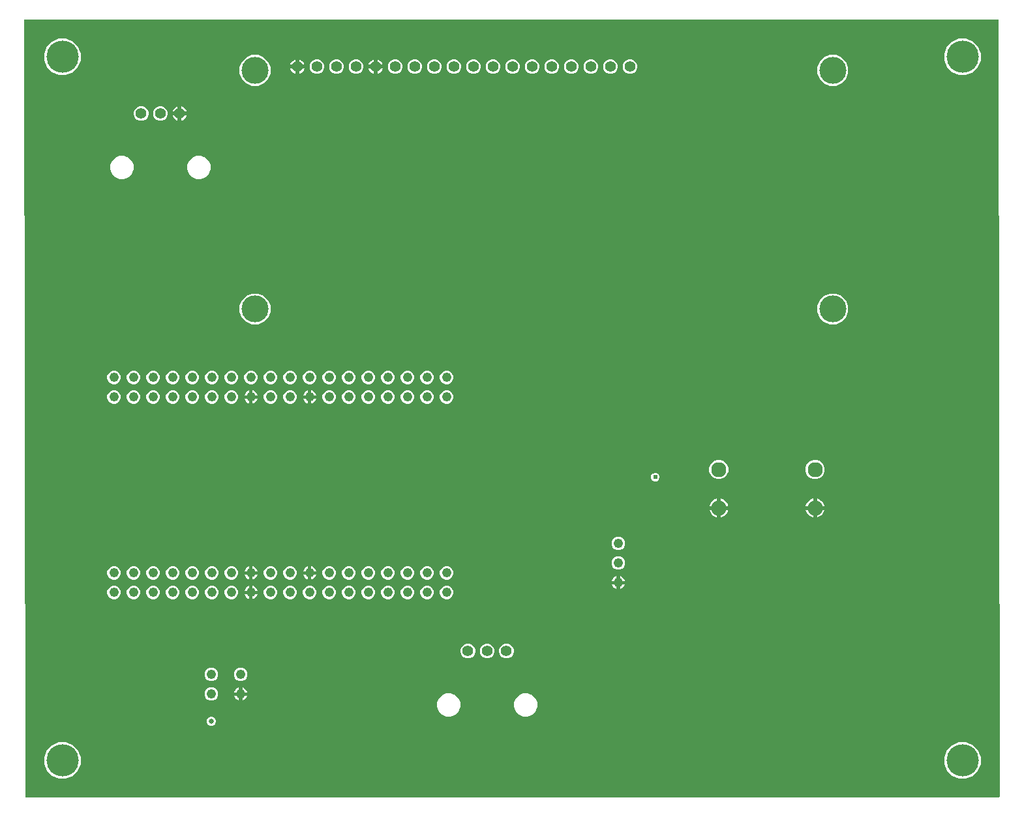
<source format=gbr>
G04 EAGLE Gerber RS-274X export*
G75*
%MOMM*%
%FSLAX34Y34*%
%LPD*%
%INCopper Layer 2*%
%IPPOS*%
%AMOC8*
5,1,8,0,0,1.08239X$1,22.5*%
G01*
%ADD10C,4.191000*%
%ADD11C,1.400000*%
%ADD12C,1.960000*%
%ADD13C,1.244600*%
%ADD14C,3.500000*%
%ADD15C,0.654800*%
%ADD16C,0.609600*%

G36*
X1266104Y2556D02*
X1266104Y2556D01*
X1266224Y2563D01*
X1266261Y2576D01*
X1266301Y2581D01*
X1266412Y2625D01*
X1266526Y2662D01*
X1266560Y2683D01*
X1266596Y2698D01*
X1266694Y2768D01*
X1266795Y2832D01*
X1266822Y2861D01*
X1266854Y2884D01*
X1266930Y2977D01*
X1267012Y3064D01*
X1267031Y3099D01*
X1267057Y3129D01*
X1267108Y3238D01*
X1267165Y3343D01*
X1267175Y3381D01*
X1267192Y3417D01*
X1267215Y3535D01*
X1267245Y3651D01*
X1267248Y3710D01*
X1267252Y3729D01*
X1267251Y3750D01*
X1267255Y3812D01*
X1265994Y1012702D01*
X1265979Y1012819D01*
X1265972Y1012937D01*
X1265959Y1012976D01*
X1265954Y1013017D01*
X1265910Y1013127D01*
X1265874Y1013239D01*
X1265852Y1013274D01*
X1265836Y1013313D01*
X1265767Y1013408D01*
X1265704Y1013508D01*
X1265673Y1013536D01*
X1265649Y1013570D01*
X1265558Y1013645D01*
X1265472Y1013726D01*
X1265436Y1013746D01*
X1265404Y1013772D01*
X1265297Y1013822D01*
X1265193Y1013880D01*
X1265153Y1013890D01*
X1265116Y1013907D01*
X1265000Y1013929D01*
X1264885Y1013959D01*
X1264824Y1013963D01*
X1264804Y1013967D01*
X1264784Y1013966D01*
X1264725Y1013969D01*
X2545Y1013969D01*
X2426Y1013954D01*
X2306Y1013947D01*
X2269Y1013934D01*
X2229Y1013929D01*
X2118Y1013885D01*
X2004Y1013848D01*
X1970Y1013827D01*
X1934Y1013812D01*
X1836Y1013742D01*
X1735Y1013678D01*
X1708Y1013649D01*
X1676Y1013626D01*
X1600Y1013533D01*
X1518Y1013446D01*
X1499Y1013411D01*
X1473Y1013381D01*
X1422Y1013272D01*
X1365Y1013167D01*
X1355Y1013129D01*
X1338Y1013093D01*
X1315Y1012975D01*
X1285Y1012859D01*
X1282Y1012800D01*
X1278Y1012781D01*
X1279Y1012760D01*
X1275Y1012698D01*
X2536Y3808D01*
X2551Y3691D01*
X2558Y3573D01*
X2571Y3534D01*
X2576Y3493D01*
X2620Y3383D01*
X2656Y3271D01*
X2678Y3236D01*
X2694Y3197D01*
X2763Y3102D01*
X2826Y3002D01*
X2857Y2974D01*
X2881Y2940D01*
X2972Y2865D01*
X3058Y2784D01*
X3094Y2764D01*
X3126Y2738D01*
X3233Y2688D01*
X3337Y2630D01*
X3377Y2620D01*
X3414Y2603D01*
X3530Y2581D01*
X3645Y2551D01*
X3706Y2547D01*
X3726Y2543D01*
X3746Y2544D01*
X3805Y2541D01*
X1265985Y2541D01*
X1266104Y2556D01*
G37*
%LPC*%
G36*
X1214526Y941704D02*
X1214526Y941704D01*
X1205891Y945281D01*
X1199281Y951891D01*
X1195704Y960526D01*
X1195704Y969874D01*
X1199281Y978509D01*
X1205891Y985119D01*
X1214526Y988696D01*
X1223874Y988696D01*
X1232509Y985119D01*
X1239119Y978509D01*
X1242696Y969874D01*
X1242696Y960526D01*
X1239119Y951891D01*
X1232509Y945281D01*
X1223874Y941704D01*
X1214526Y941704D01*
G37*
%LPD*%
%LPC*%
G36*
X46126Y941704D02*
X46126Y941704D01*
X37491Y945281D01*
X30881Y951891D01*
X27304Y960526D01*
X27304Y969874D01*
X30881Y978509D01*
X37491Y985119D01*
X46126Y988696D01*
X55474Y988696D01*
X64109Y985119D01*
X70719Y978509D01*
X74296Y969874D01*
X74296Y960526D01*
X70719Y951891D01*
X64109Y945281D01*
X55474Y941704D01*
X46126Y941704D01*
G37*
%LPD*%
%LPC*%
G36*
X1214526Y27304D02*
X1214526Y27304D01*
X1205891Y30881D01*
X1199281Y37491D01*
X1195704Y46126D01*
X1195704Y55474D01*
X1199281Y64109D01*
X1205891Y70719D01*
X1214526Y74296D01*
X1223874Y74296D01*
X1232509Y70719D01*
X1239119Y64109D01*
X1242696Y55474D01*
X1242696Y46126D01*
X1239119Y37491D01*
X1232509Y30881D01*
X1223874Y27304D01*
X1214526Y27304D01*
G37*
%LPD*%
%LPC*%
G36*
X46126Y27304D02*
X46126Y27304D01*
X37491Y30881D01*
X30881Y37491D01*
X27304Y46126D01*
X27304Y55474D01*
X30881Y64109D01*
X37491Y70719D01*
X46126Y74296D01*
X55474Y74296D01*
X64109Y70719D01*
X70719Y64109D01*
X74296Y55474D01*
X74296Y46126D01*
X70719Y37491D01*
X64109Y30881D01*
X55474Y27304D01*
X46126Y27304D01*
G37*
%LPD*%
%LPC*%
G36*
X1046654Y927439D02*
X1046654Y927439D01*
X1039288Y930490D01*
X1033650Y936128D01*
X1030599Y943494D01*
X1030599Y951466D01*
X1033650Y958832D01*
X1039288Y964470D01*
X1046654Y967521D01*
X1054626Y967521D01*
X1061992Y964470D01*
X1067630Y958832D01*
X1070681Y951466D01*
X1070681Y943494D01*
X1067630Y936128D01*
X1061992Y930490D01*
X1054626Y927439D01*
X1046654Y927439D01*
G37*
%LPD*%
%LPC*%
G36*
X296654Y927439D02*
X296654Y927439D01*
X289288Y930490D01*
X283650Y936128D01*
X280599Y943494D01*
X280599Y951466D01*
X283650Y958832D01*
X289288Y964470D01*
X296654Y967521D01*
X304626Y967521D01*
X311992Y964470D01*
X317630Y958832D01*
X320681Y951466D01*
X320681Y943494D01*
X317630Y936128D01*
X311992Y930490D01*
X304626Y927439D01*
X296654Y927439D01*
G37*
%LPD*%
%LPC*%
G36*
X1046654Y617439D02*
X1046654Y617439D01*
X1039288Y620490D01*
X1033650Y626128D01*
X1030599Y633494D01*
X1030599Y641466D01*
X1033650Y648832D01*
X1039288Y654470D01*
X1046654Y657521D01*
X1054626Y657521D01*
X1061992Y654470D01*
X1067630Y648832D01*
X1070681Y641466D01*
X1070681Y633494D01*
X1067630Y626128D01*
X1061992Y620490D01*
X1054626Y617439D01*
X1046654Y617439D01*
G37*
%LPD*%
%LPC*%
G36*
X296654Y617439D02*
X296654Y617439D01*
X289288Y620490D01*
X283650Y626128D01*
X280599Y633494D01*
X280599Y641466D01*
X283650Y648832D01*
X289288Y654470D01*
X296654Y657521D01*
X304626Y657521D01*
X311992Y654470D01*
X317630Y648832D01*
X320681Y641466D01*
X320681Y633494D01*
X317630Y626128D01*
X311992Y620490D01*
X304626Y617439D01*
X296654Y617439D01*
G37*
%LPD*%
%LPC*%
G36*
X548988Y107999D02*
X548988Y107999D01*
X543460Y110289D01*
X539229Y114520D01*
X536939Y120048D01*
X536939Y126032D01*
X539229Y131560D01*
X543460Y135791D01*
X548988Y138081D01*
X554972Y138081D01*
X560500Y135791D01*
X564731Y131560D01*
X567021Y126032D01*
X567021Y120048D01*
X564731Y114520D01*
X560500Y110289D01*
X554972Y107999D01*
X548988Y107999D01*
G37*
%LPD*%
%LPC*%
G36*
X224808Y806499D02*
X224808Y806499D01*
X219280Y808789D01*
X215049Y813020D01*
X212759Y818548D01*
X212759Y824532D01*
X215049Y830060D01*
X219280Y834291D01*
X224808Y836581D01*
X230792Y836581D01*
X236320Y834291D01*
X240551Y830060D01*
X242841Y824532D01*
X242841Y818548D01*
X240551Y813020D01*
X236320Y808789D01*
X230792Y806499D01*
X224808Y806499D01*
G37*
%LPD*%
%LPC*%
G36*
X124808Y806499D02*
X124808Y806499D01*
X119280Y808789D01*
X115049Y813020D01*
X112759Y818548D01*
X112759Y824532D01*
X115049Y830060D01*
X119280Y834291D01*
X124808Y836581D01*
X130792Y836581D01*
X136320Y834291D01*
X140551Y830060D01*
X142841Y824532D01*
X142841Y818548D01*
X140551Y813020D01*
X136320Y808789D01*
X130792Y806499D01*
X124808Y806499D01*
G37*
%LPD*%
%LPC*%
G36*
X648988Y107999D02*
X648988Y107999D01*
X643460Y110289D01*
X639229Y114520D01*
X636939Y120048D01*
X636939Y126032D01*
X639229Y131560D01*
X643460Y135791D01*
X648988Y138081D01*
X654972Y138081D01*
X660500Y135791D01*
X664731Y131560D01*
X667021Y126032D01*
X667021Y120048D01*
X664731Y114520D01*
X660500Y110289D01*
X654972Y107999D01*
X648988Y107999D01*
G37*
%LPD*%
%LPC*%
G36*
X900245Y416519D02*
X900245Y416519D01*
X895710Y418398D01*
X892238Y421870D01*
X890359Y426405D01*
X890359Y431315D01*
X892238Y435850D01*
X895710Y439322D01*
X900245Y441201D01*
X905155Y441201D01*
X909690Y439322D01*
X913162Y435850D01*
X915041Y431315D01*
X915041Y426405D01*
X913162Y421870D01*
X909690Y418398D01*
X905155Y416519D01*
X900245Y416519D01*
G37*
%LPD*%
%LPC*%
G36*
X1025245Y416519D02*
X1025245Y416519D01*
X1020710Y418398D01*
X1017238Y421870D01*
X1015359Y426405D01*
X1015359Y431315D01*
X1017238Y435850D01*
X1020710Y439322D01*
X1025245Y441201D01*
X1030155Y441201D01*
X1034690Y439322D01*
X1038162Y435850D01*
X1040041Y431315D01*
X1040041Y426405D01*
X1038162Y421870D01*
X1034690Y418398D01*
X1030155Y416519D01*
X1025245Y416519D01*
G37*
%LPD*%
%LPC*%
G36*
X404542Y942939D02*
X404542Y942939D01*
X401036Y944392D01*
X398352Y947076D01*
X396899Y950582D01*
X396899Y954378D01*
X398352Y957884D01*
X401036Y960568D01*
X404542Y962021D01*
X408338Y962021D01*
X411844Y960568D01*
X414528Y957884D01*
X415981Y954378D01*
X415981Y950582D01*
X414528Y947076D01*
X411844Y944392D01*
X408338Y942939D01*
X404542Y942939D01*
G37*
%LPD*%
%LPC*%
G36*
X379142Y942939D02*
X379142Y942939D01*
X375636Y944392D01*
X372952Y947076D01*
X371499Y950582D01*
X371499Y954378D01*
X372952Y957884D01*
X375636Y960568D01*
X379142Y962021D01*
X382938Y962021D01*
X386444Y960568D01*
X389128Y957884D01*
X390581Y954378D01*
X390581Y950582D01*
X389128Y947076D01*
X386444Y944392D01*
X382938Y942939D01*
X379142Y942939D01*
G37*
%LPD*%
%LPC*%
G36*
X785542Y942939D02*
X785542Y942939D01*
X782036Y944392D01*
X779352Y947076D01*
X777899Y950582D01*
X777899Y954378D01*
X779352Y957884D01*
X782036Y960568D01*
X785542Y962021D01*
X789338Y962021D01*
X792844Y960568D01*
X795528Y957884D01*
X796981Y954378D01*
X796981Y950582D01*
X795528Y947076D01*
X792844Y944392D01*
X789338Y942939D01*
X785542Y942939D01*
G37*
%LPD*%
%LPC*%
G36*
X760142Y942939D02*
X760142Y942939D01*
X756636Y944392D01*
X753952Y947076D01*
X752499Y950582D01*
X752499Y954378D01*
X753952Y957884D01*
X756636Y960568D01*
X760142Y962021D01*
X763938Y962021D01*
X767444Y960568D01*
X770128Y957884D01*
X771581Y954378D01*
X771581Y950582D01*
X770128Y947076D01*
X767444Y944392D01*
X763938Y942939D01*
X760142Y942939D01*
G37*
%LPD*%
%LPC*%
G36*
X734742Y942939D02*
X734742Y942939D01*
X731236Y944392D01*
X728552Y947076D01*
X727099Y950582D01*
X727099Y954378D01*
X728552Y957884D01*
X731236Y960568D01*
X734742Y962021D01*
X738538Y962021D01*
X742044Y960568D01*
X744728Y957884D01*
X746181Y954378D01*
X746181Y950582D01*
X744728Y947076D01*
X742044Y944392D01*
X738538Y942939D01*
X734742Y942939D01*
G37*
%LPD*%
%LPC*%
G36*
X709342Y942939D02*
X709342Y942939D01*
X705836Y944392D01*
X703152Y947076D01*
X701699Y950582D01*
X701699Y954378D01*
X703152Y957884D01*
X705836Y960568D01*
X709342Y962021D01*
X713138Y962021D01*
X716644Y960568D01*
X719328Y957884D01*
X720781Y954378D01*
X720781Y950582D01*
X719328Y947076D01*
X716644Y944392D01*
X713138Y942939D01*
X709342Y942939D01*
G37*
%LPD*%
%LPC*%
G36*
X683942Y942939D02*
X683942Y942939D01*
X680436Y944392D01*
X677752Y947076D01*
X676299Y950582D01*
X676299Y954378D01*
X677752Y957884D01*
X680436Y960568D01*
X683942Y962021D01*
X687738Y962021D01*
X691244Y960568D01*
X693928Y957884D01*
X695381Y954378D01*
X695381Y950582D01*
X693928Y947076D01*
X691244Y944392D01*
X687738Y942939D01*
X683942Y942939D01*
G37*
%LPD*%
%LPC*%
G36*
X658542Y942939D02*
X658542Y942939D01*
X655036Y944392D01*
X652352Y947076D01*
X650899Y950582D01*
X650899Y954378D01*
X652352Y957884D01*
X655036Y960568D01*
X658542Y962021D01*
X662338Y962021D01*
X665844Y960568D01*
X668528Y957884D01*
X669981Y954378D01*
X669981Y950582D01*
X668528Y947076D01*
X665844Y944392D01*
X662338Y942939D01*
X658542Y942939D01*
G37*
%LPD*%
%LPC*%
G36*
X633142Y942939D02*
X633142Y942939D01*
X629636Y944392D01*
X626952Y947076D01*
X625499Y950582D01*
X625499Y954378D01*
X626952Y957884D01*
X629636Y960568D01*
X633142Y962021D01*
X636938Y962021D01*
X640444Y960568D01*
X643128Y957884D01*
X644581Y954378D01*
X644581Y950582D01*
X643128Y947076D01*
X640444Y944392D01*
X636938Y942939D01*
X633142Y942939D01*
G37*
%LPD*%
%LPC*%
G36*
X531542Y942939D02*
X531542Y942939D01*
X528036Y944392D01*
X525352Y947076D01*
X523899Y950582D01*
X523899Y954378D01*
X525352Y957884D01*
X528036Y960568D01*
X531542Y962021D01*
X535338Y962021D01*
X538844Y960568D01*
X541528Y957884D01*
X542981Y954378D01*
X542981Y950582D01*
X541528Y947076D01*
X538844Y944392D01*
X535338Y942939D01*
X531542Y942939D01*
G37*
%LPD*%
%LPC*%
G36*
X556942Y942939D02*
X556942Y942939D01*
X553436Y944392D01*
X550752Y947076D01*
X549299Y950582D01*
X549299Y954378D01*
X550752Y957884D01*
X553436Y960568D01*
X556942Y962021D01*
X560738Y962021D01*
X564244Y960568D01*
X566928Y957884D01*
X568381Y954378D01*
X568381Y950582D01*
X566928Y947076D01*
X564244Y944392D01*
X560738Y942939D01*
X556942Y942939D01*
G37*
%LPD*%
%LPC*%
G36*
X575082Y183499D02*
X575082Y183499D01*
X571576Y184952D01*
X568892Y187636D01*
X567439Y191142D01*
X567439Y194938D01*
X568892Y198444D01*
X571576Y201128D01*
X575082Y202581D01*
X578878Y202581D01*
X582384Y201128D01*
X585068Y198444D01*
X586521Y194938D01*
X586521Y191142D01*
X585068Y187636D01*
X582384Y184952D01*
X578878Y183499D01*
X575082Y183499D01*
G37*
%LPD*%
%LPC*%
G36*
X600082Y183499D02*
X600082Y183499D01*
X596576Y184952D01*
X593892Y187636D01*
X592439Y191142D01*
X592439Y194938D01*
X593892Y198444D01*
X596576Y201128D01*
X600082Y202581D01*
X603878Y202581D01*
X607384Y201128D01*
X610068Y198444D01*
X611521Y194938D01*
X611521Y191142D01*
X610068Y187636D01*
X607384Y184952D01*
X603878Y183499D01*
X600082Y183499D01*
G37*
%LPD*%
%LPC*%
G36*
X625082Y183499D02*
X625082Y183499D01*
X621576Y184952D01*
X618892Y187636D01*
X617439Y191142D01*
X617439Y194938D01*
X618892Y198444D01*
X621576Y201128D01*
X625082Y202581D01*
X628878Y202581D01*
X632384Y201128D01*
X635068Y198444D01*
X636521Y194938D01*
X636521Y191142D01*
X635068Y187636D01*
X632384Y184952D01*
X628878Y183499D01*
X625082Y183499D01*
G37*
%LPD*%
%LPC*%
G36*
X582342Y942939D02*
X582342Y942939D01*
X578836Y944392D01*
X576152Y947076D01*
X574699Y950582D01*
X574699Y954378D01*
X576152Y957884D01*
X578836Y960568D01*
X582342Y962021D01*
X586138Y962021D01*
X589644Y960568D01*
X592328Y957884D01*
X593781Y954378D01*
X593781Y950582D01*
X592328Y947076D01*
X589644Y944392D01*
X586138Y942939D01*
X582342Y942939D01*
G37*
%LPD*%
%LPC*%
G36*
X175902Y881999D02*
X175902Y881999D01*
X172396Y883452D01*
X169712Y886136D01*
X168259Y889642D01*
X168259Y893438D01*
X169712Y896944D01*
X172396Y899628D01*
X175902Y901081D01*
X179698Y901081D01*
X183204Y899628D01*
X185888Y896944D01*
X187341Y893438D01*
X187341Y889642D01*
X185888Y886136D01*
X183204Y883452D01*
X179698Y881999D01*
X175902Y881999D01*
G37*
%LPD*%
%LPC*%
G36*
X150902Y881999D02*
X150902Y881999D01*
X147396Y883452D01*
X144712Y886136D01*
X143259Y889642D01*
X143259Y893438D01*
X144712Y896944D01*
X147396Y899628D01*
X150902Y901081D01*
X154698Y901081D01*
X158204Y899628D01*
X160888Y896944D01*
X162341Y893438D01*
X162341Y889642D01*
X160888Y886136D01*
X158204Y883452D01*
X154698Y881999D01*
X150902Y881999D01*
G37*
%LPD*%
%LPC*%
G36*
X429942Y942939D02*
X429942Y942939D01*
X426436Y944392D01*
X423752Y947076D01*
X422299Y950582D01*
X422299Y954378D01*
X423752Y957884D01*
X426436Y960568D01*
X429942Y962021D01*
X433738Y962021D01*
X437244Y960568D01*
X439928Y957884D01*
X441381Y954378D01*
X441381Y950582D01*
X439928Y947076D01*
X437244Y944392D01*
X433738Y942939D01*
X429942Y942939D01*
G37*
%LPD*%
%LPC*%
G36*
X607742Y942939D02*
X607742Y942939D01*
X604236Y944392D01*
X601552Y947076D01*
X600099Y950582D01*
X600099Y954378D01*
X601552Y957884D01*
X604236Y960568D01*
X607742Y962021D01*
X611538Y962021D01*
X615044Y960568D01*
X617728Y957884D01*
X619181Y954378D01*
X619181Y950582D01*
X617728Y947076D01*
X615044Y944392D01*
X611538Y942939D01*
X607742Y942939D01*
G37*
%LPD*%
%LPC*%
G36*
X480742Y942939D02*
X480742Y942939D01*
X477236Y944392D01*
X474552Y947076D01*
X473099Y950582D01*
X473099Y954378D01*
X474552Y957884D01*
X477236Y960568D01*
X480742Y962021D01*
X484538Y962021D01*
X488044Y960568D01*
X490728Y957884D01*
X492181Y954378D01*
X492181Y950582D01*
X490728Y947076D01*
X488044Y944392D01*
X484538Y942939D01*
X480742Y942939D01*
G37*
%LPD*%
%LPC*%
G36*
X506142Y942939D02*
X506142Y942939D01*
X502636Y944392D01*
X499952Y947076D01*
X498499Y950582D01*
X498499Y954378D01*
X499952Y957884D01*
X502636Y960568D01*
X506142Y962021D01*
X509938Y962021D01*
X513444Y960568D01*
X516128Y957884D01*
X517581Y954378D01*
X517581Y950582D01*
X516128Y947076D01*
X513444Y944392D01*
X509938Y942939D01*
X506142Y942939D01*
G37*
%LPD*%
%LPC*%
G36*
X344377Y260216D02*
X344377Y260216D01*
X341156Y261550D01*
X338690Y264016D01*
X337356Y267237D01*
X337356Y270723D01*
X338690Y273944D01*
X341156Y276410D01*
X344377Y277744D01*
X347863Y277744D01*
X351084Y276410D01*
X353550Y273944D01*
X354884Y270723D01*
X354884Y267237D01*
X353550Y264016D01*
X351084Y261550D01*
X347863Y260216D01*
X344377Y260216D01*
G37*
%LPD*%
%LPC*%
G36*
X318977Y260216D02*
X318977Y260216D01*
X315756Y261550D01*
X313290Y264016D01*
X311956Y267237D01*
X311956Y270723D01*
X313290Y273944D01*
X315756Y276410D01*
X318977Y277744D01*
X322463Y277744D01*
X325684Y276410D01*
X328150Y273944D01*
X329484Y270723D01*
X329484Y267237D01*
X328150Y264016D01*
X325684Y261550D01*
X322463Y260216D01*
X318977Y260216D01*
G37*
%LPD*%
%LPC*%
G36*
X268177Y260216D02*
X268177Y260216D01*
X264956Y261550D01*
X262490Y264016D01*
X261156Y267237D01*
X261156Y270723D01*
X262490Y273944D01*
X264956Y276410D01*
X268177Y277744D01*
X271663Y277744D01*
X274884Y276410D01*
X277350Y273944D01*
X278684Y270723D01*
X278684Y267237D01*
X277350Y264016D01*
X274884Y261550D01*
X271663Y260216D01*
X268177Y260216D01*
G37*
%LPD*%
%LPC*%
G36*
X242777Y260216D02*
X242777Y260216D01*
X239556Y261550D01*
X237090Y264016D01*
X235756Y267237D01*
X235756Y270723D01*
X237090Y273944D01*
X239556Y276410D01*
X242777Y277744D01*
X246263Y277744D01*
X249484Y276410D01*
X251950Y273944D01*
X253284Y270723D01*
X253284Y267237D01*
X251950Y264016D01*
X249484Y261550D01*
X246263Y260216D01*
X242777Y260216D01*
G37*
%LPD*%
%LPC*%
G36*
X217377Y260216D02*
X217377Y260216D01*
X214156Y261550D01*
X211690Y264016D01*
X210356Y267237D01*
X210356Y270723D01*
X211690Y273944D01*
X214156Y276410D01*
X217377Y277744D01*
X220863Y277744D01*
X224084Y276410D01*
X226550Y273944D01*
X227884Y270723D01*
X227884Y267237D01*
X226550Y264016D01*
X224084Y261550D01*
X220863Y260216D01*
X217377Y260216D01*
G37*
%LPD*%
%LPC*%
G36*
X191977Y260216D02*
X191977Y260216D01*
X188756Y261550D01*
X186290Y264016D01*
X184956Y267237D01*
X184956Y270723D01*
X186290Y273944D01*
X188756Y276410D01*
X191977Y277744D01*
X195463Y277744D01*
X198684Y276410D01*
X201150Y273944D01*
X202484Y270723D01*
X202484Y267237D01*
X201150Y264016D01*
X198684Y261550D01*
X195463Y260216D01*
X191977Y260216D01*
G37*
%LPD*%
%LPC*%
G36*
X166577Y260216D02*
X166577Y260216D01*
X163356Y261550D01*
X160890Y264016D01*
X159556Y267237D01*
X159556Y270723D01*
X160890Y273944D01*
X163356Y276410D01*
X166577Y277744D01*
X170063Y277744D01*
X173284Y276410D01*
X175750Y273944D01*
X177084Y270723D01*
X177084Y267237D01*
X175750Y264016D01*
X173284Y261550D01*
X170063Y260216D01*
X166577Y260216D01*
G37*
%LPD*%
%LPC*%
G36*
X280197Y153796D02*
X280197Y153796D01*
X276976Y155130D01*
X274510Y157596D01*
X273176Y160817D01*
X273176Y164303D01*
X274510Y167524D01*
X276976Y169990D01*
X280197Y171324D01*
X283683Y171324D01*
X286904Y169990D01*
X289370Y167524D01*
X290704Y164303D01*
X290704Y160817D01*
X289370Y157596D01*
X286904Y155130D01*
X283683Y153796D01*
X280197Y153796D01*
G37*
%LPD*%
%LPC*%
G36*
X242097Y153796D02*
X242097Y153796D01*
X238876Y155130D01*
X236410Y157596D01*
X235076Y160817D01*
X235076Y164303D01*
X236410Y167524D01*
X238876Y169990D01*
X242097Y171324D01*
X245583Y171324D01*
X248804Y169990D01*
X251270Y167524D01*
X252604Y164303D01*
X252604Y160817D01*
X251270Y157596D01*
X248804Y155130D01*
X245583Y153796D01*
X242097Y153796D01*
G37*
%LPD*%
%LPC*%
G36*
X242097Y128396D02*
X242097Y128396D01*
X238876Y129730D01*
X236410Y132196D01*
X235076Y135417D01*
X235076Y138903D01*
X236410Y142124D01*
X238876Y144590D01*
X242097Y145924D01*
X245583Y145924D01*
X248804Y144590D01*
X251270Y142124D01*
X252604Y138903D01*
X252604Y135417D01*
X251270Y132196D01*
X248804Y129730D01*
X245583Y128396D01*
X242097Y128396D01*
G37*
%LPD*%
%LPC*%
G36*
X166577Y539616D02*
X166577Y539616D01*
X163356Y540950D01*
X160890Y543416D01*
X159556Y546637D01*
X159556Y550123D01*
X160890Y553344D01*
X163356Y555810D01*
X166577Y557144D01*
X170063Y557144D01*
X173284Y555810D01*
X175750Y553344D01*
X177084Y550123D01*
X177084Y546637D01*
X175750Y543416D01*
X173284Y540950D01*
X170063Y539616D01*
X166577Y539616D01*
G37*
%LPD*%
%LPC*%
G36*
X141177Y539616D02*
X141177Y539616D01*
X137956Y540950D01*
X135490Y543416D01*
X134156Y546637D01*
X134156Y550123D01*
X135490Y553344D01*
X137956Y555810D01*
X141177Y557144D01*
X144663Y557144D01*
X147884Y555810D01*
X150350Y553344D01*
X151684Y550123D01*
X151684Y546637D01*
X150350Y543416D01*
X147884Y540950D01*
X144663Y539616D01*
X141177Y539616D01*
G37*
%LPD*%
%LPC*%
G36*
X547577Y539616D02*
X547577Y539616D01*
X544356Y540950D01*
X541890Y543416D01*
X540556Y546637D01*
X540556Y550123D01*
X541890Y553344D01*
X544356Y555810D01*
X547577Y557144D01*
X551063Y557144D01*
X554284Y555810D01*
X556750Y553344D01*
X558084Y550123D01*
X558084Y546637D01*
X556750Y543416D01*
X554284Y540950D01*
X551063Y539616D01*
X547577Y539616D01*
G37*
%LPD*%
%LPC*%
G36*
X522177Y539616D02*
X522177Y539616D01*
X518956Y540950D01*
X516490Y543416D01*
X515156Y546637D01*
X515156Y550123D01*
X516490Y553344D01*
X518956Y555810D01*
X522177Y557144D01*
X525663Y557144D01*
X528884Y555810D01*
X531350Y553344D01*
X532684Y550123D01*
X532684Y546637D01*
X531350Y543416D01*
X528884Y540950D01*
X525663Y539616D01*
X522177Y539616D01*
G37*
%LPD*%
%LPC*%
G36*
X496777Y539616D02*
X496777Y539616D01*
X493556Y540950D01*
X491090Y543416D01*
X489756Y546637D01*
X489756Y550123D01*
X491090Y553344D01*
X493556Y555810D01*
X496777Y557144D01*
X500263Y557144D01*
X503484Y555810D01*
X505950Y553344D01*
X507284Y550123D01*
X507284Y546637D01*
X505950Y543416D01*
X503484Y540950D01*
X500263Y539616D01*
X496777Y539616D01*
G37*
%LPD*%
%LPC*%
G36*
X471377Y539616D02*
X471377Y539616D01*
X468156Y540950D01*
X465690Y543416D01*
X464356Y546637D01*
X464356Y550123D01*
X465690Y553344D01*
X468156Y555810D01*
X471377Y557144D01*
X474863Y557144D01*
X478084Y555810D01*
X480550Y553344D01*
X481884Y550123D01*
X481884Y546637D01*
X480550Y543416D01*
X478084Y540950D01*
X474863Y539616D01*
X471377Y539616D01*
G37*
%LPD*%
%LPC*%
G36*
X445977Y539616D02*
X445977Y539616D01*
X442756Y540950D01*
X440290Y543416D01*
X438956Y546637D01*
X438956Y550123D01*
X440290Y553344D01*
X442756Y555810D01*
X445977Y557144D01*
X449463Y557144D01*
X452684Y555810D01*
X455150Y553344D01*
X456484Y550123D01*
X456484Y546637D01*
X455150Y543416D01*
X452684Y540950D01*
X449463Y539616D01*
X445977Y539616D01*
G37*
%LPD*%
%LPC*%
G36*
X420577Y539616D02*
X420577Y539616D01*
X417356Y540950D01*
X414890Y543416D01*
X413556Y546637D01*
X413556Y550123D01*
X414890Y553344D01*
X417356Y555810D01*
X420577Y557144D01*
X424063Y557144D01*
X427284Y555810D01*
X429750Y553344D01*
X431084Y550123D01*
X431084Y546637D01*
X429750Y543416D01*
X427284Y540950D01*
X424063Y539616D01*
X420577Y539616D01*
G37*
%LPD*%
%LPC*%
G36*
X395177Y539616D02*
X395177Y539616D01*
X391956Y540950D01*
X389490Y543416D01*
X388156Y546637D01*
X388156Y550123D01*
X389490Y553344D01*
X391956Y555810D01*
X395177Y557144D01*
X398663Y557144D01*
X401884Y555810D01*
X404350Y553344D01*
X405684Y550123D01*
X405684Y546637D01*
X404350Y543416D01*
X401884Y540950D01*
X398663Y539616D01*
X395177Y539616D01*
G37*
%LPD*%
%LPC*%
G36*
X369777Y539616D02*
X369777Y539616D01*
X366556Y540950D01*
X364090Y543416D01*
X362756Y546637D01*
X362756Y550123D01*
X364090Y553344D01*
X366556Y555810D01*
X369777Y557144D01*
X373263Y557144D01*
X376484Y555810D01*
X378950Y553344D01*
X380284Y550123D01*
X380284Y546637D01*
X378950Y543416D01*
X376484Y540950D01*
X373263Y539616D01*
X369777Y539616D01*
G37*
%LPD*%
%LPC*%
G36*
X344377Y539616D02*
X344377Y539616D01*
X341156Y540950D01*
X338690Y543416D01*
X337356Y546637D01*
X337356Y550123D01*
X338690Y553344D01*
X341156Y555810D01*
X344377Y557144D01*
X347863Y557144D01*
X351084Y555810D01*
X353550Y553344D01*
X354884Y550123D01*
X354884Y546637D01*
X353550Y543416D01*
X351084Y540950D01*
X347863Y539616D01*
X344377Y539616D01*
G37*
%LPD*%
%LPC*%
G36*
X318977Y539616D02*
X318977Y539616D01*
X315756Y540950D01*
X313290Y543416D01*
X311956Y546637D01*
X311956Y550123D01*
X313290Y553344D01*
X315756Y555810D01*
X318977Y557144D01*
X322463Y557144D01*
X325684Y555810D01*
X328150Y553344D01*
X329484Y550123D01*
X329484Y546637D01*
X328150Y543416D01*
X325684Y540950D01*
X322463Y539616D01*
X318977Y539616D01*
G37*
%LPD*%
%LPC*%
G36*
X293577Y539616D02*
X293577Y539616D01*
X290356Y540950D01*
X287890Y543416D01*
X286556Y546637D01*
X286556Y550123D01*
X287890Y553344D01*
X290356Y555810D01*
X293577Y557144D01*
X297063Y557144D01*
X300284Y555810D01*
X302750Y553344D01*
X304084Y550123D01*
X304084Y546637D01*
X302750Y543416D01*
X300284Y540950D01*
X297063Y539616D01*
X293577Y539616D01*
G37*
%LPD*%
%LPC*%
G36*
X268177Y539616D02*
X268177Y539616D01*
X264956Y540950D01*
X262490Y543416D01*
X261156Y546637D01*
X261156Y550123D01*
X262490Y553344D01*
X264956Y555810D01*
X268177Y557144D01*
X271663Y557144D01*
X274884Y555810D01*
X277350Y553344D01*
X278684Y550123D01*
X278684Y546637D01*
X277350Y543416D01*
X274884Y540950D01*
X271663Y539616D01*
X268177Y539616D01*
G37*
%LPD*%
%LPC*%
G36*
X242777Y539616D02*
X242777Y539616D01*
X239556Y540950D01*
X237090Y543416D01*
X235756Y546637D01*
X235756Y550123D01*
X237090Y553344D01*
X239556Y555810D01*
X242777Y557144D01*
X246263Y557144D01*
X249484Y555810D01*
X251950Y553344D01*
X253284Y550123D01*
X253284Y546637D01*
X251950Y543416D01*
X249484Y540950D01*
X246263Y539616D01*
X242777Y539616D01*
G37*
%LPD*%
%LPC*%
G36*
X217377Y539616D02*
X217377Y539616D01*
X214156Y540950D01*
X211690Y543416D01*
X210356Y546637D01*
X210356Y550123D01*
X211690Y553344D01*
X214156Y555810D01*
X217377Y557144D01*
X220863Y557144D01*
X224084Y555810D01*
X226550Y553344D01*
X227884Y550123D01*
X227884Y546637D01*
X226550Y543416D01*
X224084Y540950D01*
X220863Y539616D01*
X217377Y539616D01*
G37*
%LPD*%
%LPC*%
G36*
X191977Y539616D02*
X191977Y539616D01*
X188756Y540950D01*
X186290Y543416D01*
X184956Y546637D01*
X184956Y550123D01*
X186290Y553344D01*
X188756Y555810D01*
X191977Y557144D01*
X195463Y557144D01*
X198684Y555810D01*
X201150Y553344D01*
X202484Y550123D01*
X202484Y546637D01*
X201150Y543416D01*
X198684Y540950D01*
X195463Y539616D01*
X191977Y539616D01*
G37*
%LPD*%
%LPC*%
G36*
X115777Y539616D02*
X115777Y539616D01*
X112556Y540950D01*
X110090Y543416D01*
X108756Y546637D01*
X108756Y550123D01*
X110090Y553344D01*
X112556Y555810D01*
X115777Y557144D01*
X119263Y557144D01*
X122484Y555810D01*
X124950Y553344D01*
X126284Y550123D01*
X126284Y546637D01*
X124950Y543416D01*
X122484Y540950D01*
X119263Y539616D01*
X115777Y539616D01*
G37*
%LPD*%
%LPC*%
G36*
X547577Y514216D02*
X547577Y514216D01*
X544356Y515550D01*
X541890Y518016D01*
X540556Y521237D01*
X540556Y524723D01*
X541890Y527944D01*
X544356Y530410D01*
X547577Y531744D01*
X551063Y531744D01*
X554284Y530410D01*
X556750Y527944D01*
X558084Y524723D01*
X558084Y521237D01*
X556750Y518016D01*
X554284Y515550D01*
X551063Y514216D01*
X547577Y514216D01*
G37*
%LPD*%
%LPC*%
G36*
X522177Y514216D02*
X522177Y514216D01*
X518956Y515550D01*
X516490Y518016D01*
X515156Y521237D01*
X515156Y524723D01*
X516490Y527944D01*
X518956Y530410D01*
X522177Y531744D01*
X525663Y531744D01*
X528884Y530410D01*
X531350Y527944D01*
X532684Y524723D01*
X532684Y521237D01*
X531350Y518016D01*
X528884Y515550D01*
X525663Y514216D01*
X522177Y514216D01*
G37*
%LPD*%
%LPC*%
G36*
X496777Y514216D02*
X496777Y514216D01*
X493556Y515550D01*
X491090Y518016D01*
X489756Y521237D01*
X489756Y524723D01*
X491090Y527944D01*
X493556Y530410D01*
X496777Y531744D01*
X500263Y531744D01*
X503484Y530410D01*
X505950Y527944D01*
X507284Y524723D01*
X507284Y521237D01*
X505950Y518016D01*
X503484Y515550D01*
X500263Y514216D01*
X496777Y514216D01*
G37*
%LPD*%
%LPC*%
G36*
X471377Y514216D02*
X471377Y514216D01*
X468156Y515550D01*
X465690Y518016D01*
X464356Y521237D01*
X464356Y524723D01*
X465690Y527944D01*
X468156Y530410D01*
X471377Y531744D01*
X474863Y531744D01*
X478084Y530410D01*
X480550Y527944D01*
X481884Y524723D01*
X481884Y521237D01*
X480550Y518016D01*
X478084Y515550D01*
X474863Y514216D01*
X471377Y514216D01*
G37*
%LPD*%
%LPC*%
G36*
X445977Y514216D02*
X445977Y514216D01*
X442756Y515550D01*
X440290Y518016D01*
X438956Y521237D01*
X438956Y524723D01*
X440290Y527944D01*
X442756Y530410D01*
X445977Y531744D01*
X449463Y531744D01*
X452684Y530410D01*
X455150Y527944D01*
X456484Y524723D01*
X456484Y521237D01*
X455150Y518016D01*
X452684Y515550D01*
X449463Y514216D01*
X445977Y514216D01*
G37*
%LPD*%
%LPC*%
G36*
X420577Y514216D02*
X420577Y514216D01*
X417356Y515550D01*
X414890Y518016D01*
X413556Y521237D01*
X413556Y524723D01*
X414890Y527944D01*
X417356Y530410D01*
X420577Y531744D01*
X424063Y531744D01*
X427284Y530410D01*
X429750Y527944D01*
X431084Y524723D01*
X431084Y521237D01*
X429750Y518016D01*
X427284Y515550D01*
X424063Y514216D01*
X420577Y514216D01*
G37*
%LPD*%
%LPC*%
G36*
X395177Y514216D02*
X395177Y514216D01*
X391956Y515550D01*
X389490Y518016D01*
X388156Y521237D01*
X388156Y524723D01*
X389490Y527944D01*
X391956Y530410D01*
X395177Y531744D01*
X398663Y531744D01*
X401884Y530410D01*
X404350Y527944D01*
X405684Y524723D01*
X405684Y521237D01*
X404350Y518016D01*
X401884Y515550D01*
X398663Y514216D01*
X395177Y514216D01*
G37*
%LPD*%
%LPC*%
G36*
X344377Y514216D02*
X344377Y514216D01*
X341156Y515550D01*
X338690Y518016D01*
X337356Y521237D01*
X337356Y524723D01*
X338690Y527944D01*
X341156Y530410D01*
X344377Y531744D01*
X347863Y531744D01*
X351084Y530410D01*
X353550Y527944D01*
X354884Y524723D01*
X354884Y521237D01*
X353550Y518016D01*
X351084Y515550D01*
X347863Y514216D01*
X344377Y514216D01*
G37*
%LPD*%
%LPC*%
G36*
X318977Y514216D02*
X318977Y514216D01*
X315756Y515550D01*
X313290Y518016D01*
X311956Y521237D01*
X311956Y524723D01*
X313290Y527944D01*
X315756Y530410D01*
X318977Y531744D01*
X322463Y531744D01*
X325684Y530410D01*
X328150Y527944D01*
X329484Y524723D01*
X329484Y521237D01*
X328150Y518016D01*
X325684Y515550D01*
X322463Y514216D01*
X318977Y514216D01*
G37*
%LPD*%
%LPC*%
G36*
X268177Y514216D02*
X268177Y514216D01*
X264956Y515550D01*
X262490Y518016D01*
X261156Y521237D01*
X261156Y524723D01*
X262490Y527944D01*
X264956Y530410D01*
X268177Y531744D01*
X271663Y531744D01*
X274884Y530410D01*
X277350Y527944D01*
X278684Y524723D01*
X278684Y521237D01*
X277350Y518016D01*
X274884Y515550D01*
X271663Y514216D01*
X268177Y514216D01*
G37*
%LPD*%
%LPC*%
G36*
X242777Y514216D02*
X242777Y514216D01*
X239556Y515550D01*
X237090Y518016D01*
X235756Y521237D01*
X235756Y524723D01*
X237090Y527944D01*
X239556Y530410D01*
X242777Y531744D01*
X246263Y531744D01*
X249484Y530410D01*
X251950Y527944D01*
X253284Y524723D01*
X253284Y521237D01*
X251950Y518016D01*
X249484Y515550D01*
X246263Y514216D01*
X242777Y514216D01*
G37*
%LPD*%
%LPC*%
G36*
X217377Y514216D02*
X217377Y514216D01*
X214156Y515550D01*
X211690Y518016D01*
X210356Y521237D01*
X210356Y524723D01*
X211690Y527944D01*
X214156Y530410D01*
X217377Y531744D01*
X220863Y531744D01*
X224084Y530410D01*
X226550Y527944D01*
X227884Y524723D01*
X227884Y521237D01*
X226550Y518016D01*
X224084Y515550D01*
X220863Y514216D01*
X217377Y514216D01*
G37*
%LPD*%
%LPC*%
G36*
X191977Y514216D02*
X191977Y514216D01*
X188756Y515550D01*
X186290Y518016D01*
X184956Y521237D01*
X184956Y524723D01*
X186290Y527944D01*
X188756Y530410D01*
X191977Y531744D01*
X195463Y531744D01*
X198684Y530410D01*
X201150Y527944D01*
X202484Y524723D01*
X202484Y521237D01*
X201150Y518016D01*
X198684Y515550D01*
X195463Y514216D01*
X191977Y514216D01*
G37*
%LPD*%
%LPC*%
G36*
X166577Y514216D02*
X166577Y514216D01*
X163356Y515550D01*
X160890Y518016D01*
X159556Y521237D01*
X159556Y524723D01*
X160890Y527944D01*
X163356Y530410D01*
X166577Y531744D01*
X170063Y531744D01*
X173284Y530410D01*
X175750Y527944D01*
X177084Y524723D01*
X177084Y521237D01*
X175750Y518016D01*
X173284Y515550D01*
X170063Y514216D01*
X166577Y514216D01*
G37*
%LPD*%
%LPC*%
G36*
X141177Y514216D02*
X141177Y514216D01*
X137956Y515550D01*
X135490Y518016D01*
X134156Y521237D01*
X134156Y524723D01*
X135490Y527944D01*
X137956Y530410D01*
X141177Y531744D01*
X144663Y531744D01*
X147884Y530410D01*
X150350Y527944D01*
X151684Y524723D01*
X151684Y521237D01*
X150350Y518016D01*
X147884Y515550D01*
X144663Y514216D01*
X141177Y514216D01*
G37*
%LPD*%
%LPC*%
G36*
X115777Y514216D02*
X115777Y514216D01*
X112556Y515550D01*
X110090Y518016D01*
X108756Y521237D01*
X108756Y524723D01*
X110090Y527944D01*
X112556Y530410D01*
X115777Y531744D01*
X119263Y531744D01*
X122484Y530410D01*
X124950Y527944D01*
X126284Y524723D01*
X126284Y521237D01*
X124950Y518016D01*
X122484Y515550D01*
X119263Y514216D01*
X115777Y514216D01*
G37*
%LPD*%
%LPC*%
G36*
X496777Y285616D02*
X496777Y285616D01*
X493556Y286950D01*
X491090Y289416D01*
X489756Y292637D01*
X489756Y296123D01*
X491090Y299344D01*
X493556Y301810D01*
X496777Y303144D01*
X500263Y303144D01*
X503484Y301810D01*
X505950Y299344D01*
X507284Y296123D01*
X507284Y292637D01*
X505950Y289416D01*
X503484Y286950D01*
X500263Y285616D01*
X496777Y285616D01*
G37*
%LPD*%
%LPC*%
G36*
X770417Y323976D02*
X770417Y323976D01*
X767196Y325310D01*
X764730Y327776D01*
X763396Y330997D01*
X763396Y334483D01*
X764730Y337704D01*
X767196Y340170D01*
X770417Y341504D01*
X773903Y341504D01*
X777124Y340170D01*
X779590Y337704D01*
X780924Y334483D01*
X780924Y330997D01*
X779590Y327776D01*
X777124Y325310D01*
X773903Y323976D01*
X770417Y323976D01*
G37*
%LPD*%
%LPC*%
G36*
X770417Y298576D02*
X770417Y298576D01*
X767196Y299910D01*
X764730Y302376D01*
X763396Y305597D01*
X763396Y309083D01*
X764730Y312304D01*
X767196Y314770D01*
X770417Y316104D01*
X773903Y316104D01*
X777124Y314770D01*
X779590Y312304D01*
X780924Y309083D01*
X780924Y305597D01*
X779590Y302376D01*
X777124Y299910D01*
X773903Y298576D01*
X770417Y298576D01*
G37*
%LPD*%
%LPC*%
G36*
X471377Y285616D02*
X471377Y285616D01*
X468156Y286950D01*
X465690Y289416D01*
X464356Y292637D01*
X464356Y296123D01*
X465690Y299344D01*
X468156Y301810D01*
X471377Y303144D01*
X474863Y303144D01*
X478084Y301810D01*
X480550Y299344D01*
X481884Y296123D01*
X481884Y292637D01*
X480550Y289416D01*
X478084Y286950D01*
X474863Y285616D01*
X471377Y285616D01*
G37*
%LPD*%
%LPC*%
G36*
X445977Y285616D02*
X445977Y285616D01*
X442756Y286950D01*
X440290Y289416D01*
X438956Y292637D01*
X438956Y296123D01*
X440290Y299344D01*
X442756Y301810D01*
X445977Y303144D01*
X449463Y303144D01*
X452684Y301810D01*
X455150Y299344D01*
X456484Y296123D01*
X456484Y292637D01*
X455150Y289416D01*
X452684Y286950D01*
X449463Y285616D01*
X445977Y285616D01*
G37*
%LPD*%
%LPC*%
G36*
X547577Y285616D02*
X547577Y285616D01*
X544356Y286950D01*
X541890Y289416D01*
X540556Y292637D01*
X540556Y296123D01*
X541890Y299344D01*
X544356Y301810D01*
X547577Y303144D01*
X551063Y303144D01*
X554284Y301810D01*
X556750Y299344D01*
X558084Y296123D01*
X558084Y292637D01*
X556750Y289416D01*
X554284Y286950D01*
X551063Y285616D01*
X547577Y285616D01*
G37*
%LPD*%
%LPC*%
G36*
X522177Y285616D02*
X522177Y285616D01*
X518956Y286950D01*
X516490Y289416D01*
X515156Y292637D01*
X515156Y296123D01*
X516490Y299344D01*
X518956Y301810D01*
X522177Y303144D01*
X525663Y303144D01*
X528884Y301810D01*
X531350Y299344D01*
X532684Y296123D01*
X532684Y292637D01*
X531350Y289416D01*
X528884Y286950D01*
X525663Y285616D01*
X522177Y285616D01*
G37*
%LPD*%
%LPC*%
G36*
X420577Y285616D02*
X420577Y285616D01*
X417356Y286950D01*
X414890Y289416D01*
X413556Y292637D01*
X413556Y296123D01*
X414890Y299344D01*
X417356Y301810D01*
X420577Y303144D01*
X424063Y303144D01*
X427284Y301810D01*
X429750Y299344D01*
X431084Y296123D01*
X431084Y292637D01*
X429750Y289416D01*
X427284Y286950D01*
X424063Y285616D01*
X420577Y285616D01*
G37*
%LPD*%
%LPC*%
G36*
X395177Y285616D02*
X395177Y285616D01*
X391956Y286950D01*
X389490Y289416D01*
X388156Y292637D01*
X388156Y296123D01*
X389490Y299344D01*
X391956Y301810D01*
X395177Y303144D01*
X398663Y303144D01*
X401884Y301810D01*
X404350Y299344D01*
X405684Y296123D01*
X405684Y292637D01*
X404350Y289416D01*
X401884Y286950D01*
X398663Y285616D01*
X395177Y285616D01*
G37*
%LPD*%
%LPC*%
G36*
X344377Y285616D02*
X344377Y285616D01*
X341156Y286950D01*
X338690Y289416D01*
X337356Y292637D01*
X337356Y296123D01*
X338690Y299344D01*
X341156Y301810D01*
X344377Y303144D01*
X347863Y303144D01*
X351084Y301810D01*
X353550Y299344D01*
X354884Y296123D01*
X354884Y292637D01*
X353550Y289416D01*
X351084Y286950D01*
X347863Y285616D01*
X344377Y285616D01*
G37*
%LPD*%
%LPC*%
G36*
X318977Y285616D02*
X318977Y285616D01*
X315756Y286950D01*
X313290Y289416D01*
X311956Y292637D01*
X311956Y296123D01*
X313290Y299344D01*
X315756Y301810D01*
X318977Y303144D01*
X322463Y303144D01*
X325684Y301810D01*
X328150Y299344D01*
X329484Y296123D01*
X329484Y292637D01*
X328150Y289416D01*
X325684Y286950D01*
X322463Y285616D01*
X318977Y285616D01*
G37*
%LPD*%
%LPC*%
G36*
X268177Y285616D02*
X268177Y285616D01*
X264956Y286950D01*
X262490Y289416D01*
X261156Y292637D01*
X261156Y296123D01*
X262490Y299344D01*
X264956Y301810D01*
X268177Y303144D01*
X271663Y303144D01*
X274884Y301810D01*
X277350Y299344D01*
X278684Y296123D01*
X278684Y292637D01*
X277350Y289416D01*
X274884Y286950D01*
X271663Y285616D01*
X268177Y285616D01*
G37*
%LPD*%
%LPC*%
G36*
X242777Y285616D02*
X242777Y285616D01*
X239556Y286950D01*
X237090Y289416D01*
X235756Y292637D01*
X235756Y296123D01*
X237090Y299344D01*
X239556Y301810D01*
X242777Y303144D01*
X246263Y303144D01*
X249484Y301810D01*
X251950Y299344D01*
X253284Y296123D01*
X253284Y292637D01*
X251950Y289416D01*
X249484Y286950D01*
X246263Y285616D01*
X242777Y285616D01*
G37*
%LPD*%
%LPC*%
G36*
X217377Y285616D02*
X217377Y285616D01*
X214156Y286950D01*
X211690Y289416D01*
X210356Y292637D01*
X210356Y296123D01*
X211690Y299344D01*
X214156Y301810D01*
X217377Y303144D01*
X220863Y303144D01*
X224084Y301810D01*
X226550Y299344D01*
X227884Y296123D01*
X227884Y292637D01*
X226550Y289416D01*
X224084Y286950D01*
X220863Y285616D01*
X217377Y285616D01*
G37*
%LPD*%
%LPC*%
G36*
X191977Y285616D02*
X191977Y285616D01*
X188756Y286950D01*
X186290Y289416D01*
X184956Y292637D01*
X184956Y296123D01*
X186290Y299344D01*
X188756Y301810D01*
X191977Y303144D01*
X195463Y303144D01*
X198684Y301810D01*
X201150Y299344D01*
X202484Y296123D01*
X202484Y292637D01*
X201150Y289416D01*
X198684Y286950D01*
X195463Y285616D01*
X191977Y285616D01*
G37*
%LPD*%
%LPC*%
G36*
X166577Y285616D02*
X166577Y285616D01*
X163356Y286950D01*
X160890Y289416D01*
X159556Y292637D01*
X159556Y296123D01*
X160890Y299344D01*
X163356Y301810D01*
X166577Y303144D01*
X170063Y303144D01*
X173284Y301810D01*
X175750Y299344D01*
X177084Y296123D01*
X177084Y292637D01*
X175750Y289416D01*
X173284Y286950D01*
X170063Y285616D01*
X166577Y285616D01*
G37*
%LPD*%
%LPC*%
G36*
X141177Y285616D02*
X141177Y285616D01*
X137956Y286950D01*
X135490Y289416D01*
X134156Y292637D01*
X134156Y296123D01*
X135490Y299344D01*
X137956Y301810D01*
X141177Y303144D01*
X144663Y303144D01*
X147884Y301810D01*
X150350Y299344D01*
X151684Y296123D01*
X151684Y292637D01*
X150350Y289416D01*
X147884Y286950D01*
X144663Y285616D01*
X141177Y285616D01*
G37*
%LPD*%
%LPC*%
G36*
X115777Y285616D02*
X115777Y285616D01*
X112556Y286950D01*
X110090Y289416D01*
X108756Y292637D01*
X108756Y296123D01*
X110090Y299344D01*
X112556Y301810D01*
X115777Y303144D01*
X119263Y303144D01*
X122484Y301810D01*
X124950Y299344D01*
X126284Y296123D01*
X126284Y292637D01*
X124950Y289416D01*
X122484Y286950D01*
X119263Y285616D01*
X115777Y285616D01*
G37*
%LPD*%
%LPC*%
G36*
X141177Y260216D02*
X141177Y260216D01*
X137956Y261550D01*
X135490Y264016D01*
X134156Y267237D01*
X134156Y270723D01*
X135490Y273944D01*
X137956Y276410D01*
X141177Y277744D01*
X144663Y277744D01*
X147884Y276410D01*
X150350Y273944D01*
X151684Y270723D01*
X151684Y267237D01*
X150350Y264016D01*
X147884Y261550D01*
X144663Y260216D01*
X141177Y260216D01*
G37*
%LPD*%
%LPC*%
G36*
X115777Y260216D02*
X115777Y260216D01*
X112556Y261550D01*
X110090Y264016D01*
X108756Y267237D01*
X108756Y270723D01*
X110090Y273944D01*
X112556Y276410D01*
X115777Y277744D01*
X119263Y277744D01*
X122484Y276410D01*
X124950Y273944D01*
X126284Y270723D01*
X126284Y267237D01*
X124950Y264016D01*
X122484Y261550D01*
X119263Y260216D01*
X115777Y260216D01*
G37*
%LPD*%
%LPC*%
G36*
X547577Y260216D02*
X547577Y260216D01*
X544356Y261550D01*
X541890Y264016D01*
X540556Y267237D01*
X540556Y270723D01*
X541890Y273944D01*
X544356Y276410D01*
X547577Y277744D01*
X551063Y277744D01*
X554284Y276410D01*
X556750Y273944D01*
X558084Y270723D01*
X558084Y267237D01*
X556750Y264016D01*
X554284Y261550D01*
X551063Y260216D01*
X547577Y260216D01*
G37*
%LPD*%
%LPC*%
G36*
X522177Y260216D02*
X522177Y260216D01*
X518956Y261550D01*
X516490Y264016D01*
X515156Y267237D01*
X515156Y270723D01*
X516490Y273944D01*
X518956Y276410D01*
X522177Y277744D01*
X525663Y277744D01*
X528884Y276410D01*
X531350Y273944D01*
X532684Y270723D01*
X532684Y267237D01*
X531350Y264016D01*
X528884Y261550D01*
X525663Y260216D01*
X522177Y260216D01*
G37*
%LPD*%
%LPC*%
G36*
X496777Y260216D02*
X496777Y260216D01*
X493556Y261550D01*
X491090Y264016D01*
X489756Y267237D01*
X489756Y270723D01*
X491090Y273944D01*
X493556Y276410D01*
X496777Y277744D01*
X500263Y277744D01*
X503484Y276410D01*
X505950Y273944D01*
X507284Y270723D01*
X507284Y267237D01*
X505950Y264016D01*
X503484Y261550D01*
X500263Y260216D01*
X496777Y260216D01*
G37*
%LPD*%
%LPC*%
G36*
X471377Y260216D02*
X471377Y260216D01*
X468156Y261550D01*
X465690Y264016D01*
X464356Y267237D01*
X464356Y270723D01*
X465690Y273944D01*
X468156Y276410D01*
X471377Y277744D01*
X474863Y277744D01*
X478084Y276410D01*
X480550Y273944D01*
X481884Y270723D01*
X481884Y267237D01*
X480550Y264016D01*
X478084Y261550D01*
X474863Y260216D01*
X471377Y260216D01*
G37*
%LPD*%
%LPC*%
G36*
X445977Y260216D02*
X445977Y260216D01*
X442756Y261550D01*
X440290Y264016D01*
X438956Y267237D01*
X438956Y270723D01*
X440290Y273944D01*
X442756Y276410D01*
X445977Y277744D01*
X449463Y277744D01*
X452684Y276410D01*
X455150Y273944D01*
X456484Y270723D01*
X456484Y267237D01*
X455150Y264016D01*
X452684Y261550D01*
X449463Y260216D01*
X445977Y260216D01*
G37*
%LPD*%
%LPC*%
G36*
X420577Y260216D02*
X420577Y260216D01*
X417356Y261550D01*
X414890Y264016D01*
X413556Y267237D01*
X413556Y270723D01*
X414890Y273944D01*
X417356Y276410D01*
X420577Y277744D01*
X424063Y277744D01*
X427284Y276410D01*
X429750Y273944D01*
X431084Y270723D01*
X431084Y267237D01*
X429750Y264016D01*
X427284Y261550D01*
X424063Y260216D01*
X420577Y260216D01*
G37*
%LPD*%
%LPC*%
G36*
X395177Y260216D02*
X395177Y260216D01*
X391956Y261550D01*
X389490Y264016D01*
X388156Y267237D01*
X388156Y270723D01*
X389490Y273944D01*
X391956Y276410D01*
X395177Y277744D01*
X398663Y277744D01*
X401884Y276410D01*
X404350Y273944D01*
X405684Y270723D01*
X405684Y267237D01*
X404350Y264016D01*
X401884Y261550D01*
X398663Y260216D01*
X395177Y260216D01*
G37*
%LPD*%
%LPC*%
G36*
X369777Y260216D02*
X369777Y260216D01*
X366556Y261550D01*
X364090Y264016D01*
X362756Y267237D01*
X362756Y270723D01*
X364090Y273944D01*
X366556Y276410D01*
X369777Y277744D01*
X373263Y277744D01*
X376484Y276410D01*
X378950Y273944D01*
X380284Y270723D01*
X380284Y267237D01*
X378950Y264016D01*
X376484Y261550D01*
X373263Y260216D01*
X369777Y260216D01*
G37*
%LPD*%
%LPC*%
G36*
X242683Y95785D02*
X242683Y95785D01*
X240546Y96670D01*
X238910Y98306D01*
X238025Y100443D01*
X238025Y102757D01*
X238910Y104894D01*
X240546Y106530D01*
X242683Y107415D01*
X244997Y107415D01*
X247134Y106530D01*
X248770Y104894D01*
X249655Y102757D01*
X249655Y100443D01*
X248770Y98306D01*
X247134Y96670D01*
X244997Y95785D01*
X242683Y95785D01*
G37*
%LPD*%
%LPC*%
G36*
X819308Y413511D02*
X819308Y413511D01*
X817254Y414362D01*
X815682Y415934D01*
X814831Y417988D01*
X814831Y420212D01*
X815682Y422266D01*
X817254Y423838D01*
X819308Y424689D01*
X821532Y424689D01*
X823586Y423838D01*
X825158Y422266D01*
X826009Y420212D01*
X826009Y417988D01*
X825158Y415934D01*
X823586Y414362D01*
X821532Y413511D01*
X819308Y413511D01*
G37*
%LPD*%
%LPC*%
G36*
X905239Y381399D02*
X905239Y381399D01*
X905239Y390952D01*
X905590Y390897D01*
X907437Y390297D01*
X909168Y389415D01*
X910739Y388273D01*
X912113Y386899D01*
X913255Y385328D01*
X914137Y383597D01*
X914737Y381750D01*
X914792Y381399D01*
X905239Y381399D01*
G37*
%LPD*%
%LPC*%
G36*
X1030239Y381399D02*
X1030239Y381399D01*
X1030239Y390952D01*
X1030590Y390897D01*
X1032437Y390297D01*
X1034168Y389415D01*
X1035739Y388273D01*
X1037113Y386899D01*
X1038255Y385328D01*
X1039137Y383597D01*
X1039737Y381750D01*
X1039792Y381399D01*
X1030239Y381399D01*
G37*
%LPD*%
%LPC*%
G36*
X1030239Y376321D02*
X1030239Y376321D01*
X1039792Y376321D01*
X1039737Y375970D01*
X1039137Y374123D01*
X1038255Y372392D01*
X1037113Y370821D01*
X1035739Y369447D01*
X1034168Y368305D01*
X1032437Y367423D01*
X1030590Y366823D01*
X1030239Y366768D01*
X1030239Y376321D01*
G37*
%LPD*%
%LPC*%
G36*
X905239Y376321D02*
X905239Y376321D01*
X914792Y376321D01*
X914737Y375970D01*
X914137Y374123D01*
X913255Y372392D01*
X912113Y370821D01*
X910739Y369447D01*
X909168Y368305D01*
X907437Y367423D01*
X905590Y366823D01*
X905239Y366768D01*
X905239Y376321D01*
G37*
%LPD*%
%LPC*%
G36*
X1015608Y381399D02*
X1015608Y381399D01*
X1015663Y381750D01*
X1016263Y383597D01*
X1017145Y385328D01*
X1018287Y386899D01*
X1019661Y388273D01*
X1021232Y389415D01*
X1022963Y390297D01*
X1024810Y390897D01*
X1025161Y390952D01*
X1025161Y381399D01*
X1015608Y381399D01*
G37*
%LPD*%
%LPC*%
G36*
X890608Y381399D02*
X890608Y381399D01*
X890663Y381750D01*
X891263Y383597D01*
X892145Y385328D01*
X893287Y386899D01*
X894661Y388273D01*
X896232Y389415D01*
X897963Y390297D01*
X899810Y390897D01*
X900161Y390952D01*
X900161Y381399D01*
X890608Y381399D01*
G37*
%LPD*%
%LPC*%
G36*
X1024810Y366823D02*
X1024810Y366823D01*
X1022963Y367423D01*
X1021232Y368305D01*
X1019661Y369447D01*
X1018287Y370821D01*
X1017145Y372392D01*
X1016263Y374123D01*
X1015663Y375970D01*
X1015608Y376321D01*
X1025161Y376321D01*
X1025161Y366768D01*
X1024810Y366823D01*
G37*
%LPD*%
%LPC*%
G36*
X899810Y366823D02*
X899810Y366823D01*
X897963Y367423D01*
X896232Y368305D01*
X894661Y369447D01*
X893287Y370821D01*
X892145Y372392D01*
X891263Y374123D01*
X890663Y375970D01*
X890608Y376321D01*
X900161Y376321D01*
X900161Y366768D01*
X899810Y366823D01*
G37*
%LPD*%
%LPC*%
G36*
X358139Y954979D02*
X358139Y954979D01*
X358139Y961700D01*
X359302Y961322D01*
X360641Y960640D01*
X361855Y959757D01*
X362917Y958695D01*
X363800Y957481D01*
X364482Y956142D01*
X364860Y954979D01*
X358139Y954979D01*
G37*
%LPD*%
%LPC*%
G36*
X459739Y954979D02*
X459739Y954979D01*
X459739Y961700D01*
X460902Y961322D01*
X462241Y960640D01*
X463455Y959757D01*
X464517Y958695D01*
X465400Y957481D01*
X466082Y956142D01*
X466460Y954979D01*
X459739Y954979D01*
G37*
%LPD*%
%LPC*%
G36*
X205299Y894039D02*
X205299Y894039D01*
X205299Y900760D01*
X206462Y900382D01*
X207801Y899700D01*
X209015Y898817D01*
X210077Y897755D01*
X210960Y896541D01*
X211642Y895202D01*
X212020Y894039D01*
X205299Y894039D01*
G37*
%LPD*%
%LPC*%
G36*
X346420Y954979D02*
X346420Y954979D01*
X346798Y956142D01*
X347480Y957481D01*
X348363Y958695D01*
X349425Y959757D01*
X350639Y960640D01*
X351978Y961322D01*
X353141Y961700D01*
X353141Y954979D01*
X346420Y954979D01*
G37*
%LPD*%
%LPC*%
G36*
X448020Y954979D02*
X448020Y954979D01*
X448398Y956142D01*
X449080Y957481D01*
X449963Y958695D01*
X451025Y959757D01*
X452239Y960640D01*
X453578Y961322D01*
X454741Y961700D01*
X454741Y954979D01*
X448020Y954979D01*
G37*
%LPD*%
%LPC*%
G36*
X459739Y949981D02*
X459739Y949981D01*
X466460Y949981D01*
X466082Y948818D01*
X465400Y947479D01*
X464517Y946265D01*
X463455Y945203D01*
X462241Y944320D01*
X460902Y943638D01*
X459739Y943260D01*
X459739Y949981D01*
G37*
%LPD*%
%LPC*%
G36*
X358139Y949981D02*
X358139Y949981D01*
X364860Y949981D01*
X364482Y948818D01*
X363800Y947479D01*
X362917Y946265D01*
X361855Y945203D01*
X360641Y944320D01*
X359302Y943638D01*
X358139Y943260D01*
X358139Y949981D01*
G37*
%LPD*%
%LPC*%
G36*
X193580Y894039D02*
X193580Y894039D01*
X193958Y895202D01*
X194640Y896541D01*
X195523Y897755D01*
X196585Y898817D01*
X197799Y899700D01*
X199138Y900382D01*
X200301Y900760D01*
X200301Y894039D01*
X193580Y894039D01*
G37*
%LPD*%
%LPC*%
G36*
X205299Y889041D02*
X205299Y889041D01*
X212020Y889041D01*
X211642Y887878D01*
X210960Y886539D01*
X210077Y885325D01*
X209015Y884263D01*
X207801Y883380D01*
X206462Y882698D01*
X205299Y882320D01*
X205299Y889041D01*
G37*
%LPD*%
%LPC*%
G36*
X453578Y943638D02*
X453578Y943638D01*
X452239Y944320D01*
X451025Y945203D01*
X449963Y946265D01*
X449080Y947479D01*
X448398Y948818D01*
X448020Y949981D01*
X454741Y949981D01*
X454741Y943260D01*
X453578Y943638D01*
G37*
%LPD*%
%LPC*%
G36*
X351978Y943638D02*
X351978Y943638D01*
X350639Y944320D01*
X349425Y945203D01*
X348363Y946265D01*
X347480Y947479D01*
X346798Y948818D01*
X346420Y949981D01*
X353141Y949981D01*
X353141Y943260D01*
X351978Y943638D01*
G37*
%LPD*%
%LPC*%
G36*
X199138Y882698D02*
X199138Y882698D01*
X197799Y883380D01*
X196585Y884263D01*
X195523Y885325D01*
X194640Y886539D01*
X193958Y887878D01*
X193580Y889041D01*
X200301Y889041D01*
X200301Y882320D01*
X199138Y882698D01*
G37*
%LPD*%
%LPC*%
G36*
X774382Y284162D02*
X774382Y284162D01*
X774382Y290433D01*
X774716Y290367D01*
X776311Y289706D01*
X777747Y288747D01*
X778967Y287527D01*
X779926Y286091D01*
X780587Y284496D01*
X780653Y284162D01*
X774382Y284162D01*
G37*
%LPD*%
%LPC*%
G36*
X297542Y296602D02*
X297542Y296602D01*
X297542Y302873D01*
X297876Y302807D01*
X299471Y302146D01*
X300907Y301187D01*
X302127Y299967D01*
X303086Y298531D01*
X303747Y296936D01*
X303813Y296602D01*
X297542Y296602D01*
G37*
%LPD*%
%LPC*%
G36*
X297542Y271202D02*
X297542Y271202D01*
X297542Y277473D01*
X297876Y277407D01*
X299471Y276746D01*
X300907Y275787D01*
X302127Y274567D01*
X303086Y273131D01*
X303747Y271536D01*
X303813Y271202D01*
X297542Y271202D01*
G37*
%LPD*%
%LPC*%
G36*
X297542Y525202D02*
X297542Y525202D01*
X297542Y531473D01*
X297876Y531407D01*
X299471Y530746D01*
X300907Y529787D01*
X302127Y528567D01*
X303086Y527131D01*
X303747Y525536D01*
X303813Y525202D01*
X297542Y525202D01*
G37*
%LPD*%
%LPC*%
G36*
X373742Y525202D02*
X373742Y525202D01*
X373742Y531473D01*
X374076Y531407D01*
X375671Y530746D01*
X377107Y529787D01*
X378327Y528567D01*
X379286Y527131D01*
X379947Y525536D01*
X380013Y525202D01*
X373742Y525202D01*
G37*
%LPD*%
%LPC*%
G36*
X373742Y296602D02*
X373742Y296602D01*
X373742Y302873D01*
X374076Y302807D01*
X375671Y302146D01*
X377107Y301187D01*
X378327Y299967D01*
X379286Y298531D01*
X379947Y296936D01*
X380013Y296602D01*
X373742Y296602D01*
G37*
%LPD*%
%LPC*%
G36*
X284162Y139382D02*
X284162Y139382D01*
X284162Y145653D01*
X284496Y145587D01*
X286091Y144926D01*
X287527Y143967D01*
X288747Y142747D01*
X289706Y141311D01*
X290367Y139716D01*
X290433Y139382D01*
X284162Y139382D01*
G37*
%LPD*%
%LPC*%
G36*
X373742Y292158D02*
X373742Y292158D01*
X380013Y292158D01*
X379947Y291824D01*
X379286Y290229D01*
X378327Y288793D01*
X377107Y287573D01*
X375671Y286614D01*
X374076Y285953D01*
X373742Y285887D01*
X373742Y292158D01*
G37*
%LPD*%
%LPC*%
G36*
X297542Y266758D02*
X297542Y266758D01*
X303813Y266758D01*
X303747Y266424D01*
X303086Y264829D01*
X302127Y263393D01*
X300907Y262173D01*
X299471Y261214D01*
X297876Y260553D01*
X297542Y260487D01*
X297542Y266758D01*
G37*
%LPD*%
%LPC*%
G36*
X297542Y520758D02*
X297542Y520758D01*
X303813Y520758D01*
X303747Y520424D01*
X303086Y518829D01*
X302127Y517393D01*
X300907Y516173D01*
X299471Y515214D01*
X297876Y514553D01*
X297542Y514487D01*
X297542Y520758D01*
G37*
%LPD*%
%LPC*%
G36*
X286827Y525202D02*
X286827Y525202D01*
X286893Y525536D01*
X287554Y527131D01*
X288513Y528567D01*
X289733Y529787D01*
X291169Y530746D01*
X292764Y531407D01*
X293098Y531473D01*
X293098Y525202D01*
X286827Y525202D01*
G37*
%LPD*%
%LPC*%
G36*
X763667Y284162D02*
X763667Y284162D01*
X763733Y284496D01*
X764394Y286091D01*
X765353Y287527D01*
X766573Y288747D01*
X768009Y289706D01*
X769604Y290367D01*
X769938Y290433D01*
X769938Y284162D01*
X763667Y284162D01*
G37*
%LPD*%
%LPC*%
G36*
X774382Y279718D02*
X774382Y279718D01*
X780653Y279718D01*
X780587Y279384D01*
X779926Y277789D01*
X778967Y276353D01*
X777747Y275133D01*
X776311Y274174D01*
X774716Y273513D01*
X774382Y273447D01*
X774382Y279718D01*
G37*
%LPD*%
%LPC*%
G36*
X297542Y292158D02*
X297542Y292158D01*
X303813Y292158D01*
X303747Y291824D01*
X303086Y290229D01*
X302127Y288793D01*
X300907Y287573D01*
X299471Y286614D01*
X297876Y285953D01*
X297542Y285887D01*
X297542Y292158D01*
G37*
%LPD*%
%LPC*%
G36*
X273447Y139382D02*
X273447Y139382D01*
X273513Y139716D01*
X274174Y141311D01*
X275133Y142747D01*
X276353Y143967D01*
X277789Y144926D01*
X279384Y145587D01*
X279718Y145653D01*
X279718Y139382D01*
X273447Y139382D01*
G37*
%LPD*%
%LPC*%
G36*
X373742Y520758D02*
X373742Y520758D01*
X380013Y520758D01*
X379947Y520424D01*
X379286Y518829D01*
X378327Y517393D01*
X377107Y516173D01*
X375671Y515214D01*
X374076Y514553D01*
X373742Y514487D01*
X373742Y520758D01*
G37*
%LPD*%
%LPC*%
G36*
X363027Y525202D02*
X363027Y525202D01*
X363093Y525536D01*
X363754Y527131D01*
X364713Y528567D01*
X365933Y529787D01*
X367369Y530746D01*
X368964Y531407D01*
X369298Y531473D01*
X369298Y525202D01*
X363027Y525202D01*
G37*
%LPD*%
%LPC*%
G36*
X363027Y296602D02*
X363027Y296602D01*
X363093Y296936D01*
X363754Y298531D01*
X364713Y299967D01*
X365933Y301187D01*
X367369Y302146D01*
X368964Y302807D01*
X369298Y302873D01*
X369298Y296602D01*
X363027Y296602D01*
G37*
%LPD*%
%LPC*%
G36*
X284162Y134938D02*
X284162Y134938D01*
X290433Y134938D01*
X290367Y134604D01*
X289706Y133009D01*
X288747Y131573D01*
X287527Y130353D01*
X286091Y129394D01*
X284496Y128733D01*
X284162Y128667D01*
X284162Y134938D01*
G37*
%LPD*%
%LPC*%
G36*
X286827Y296602D02*
X286827Y296602D01*
X286893Y296936D01*
X287554Y298531D01*
X288513Y299967D01*
X289733Y301187D01*
X291169Y302146D01*
X292764Y302807D01*
X293098Y302873D01*
X293098Y296602D01*
X286827Y296602D01*
G37*
%LPD*%
%LPC*%
G36*
X286827Y271202D02*
X286827Y271202D01*
X286893Y271536D01*
X287554Y273131D01*
X288513Y274567D01*
X289733Y275787D01*
X291169Y276746D01*
X292764Y277407D01*
X293098Y277473D01*
X293098Y271202D01*
X286827Y271202D01*
G37*
%LPD*%
%LPC*%
G36*
X292764Y260553D02*
X292764Y260553D01*
X291169Y261214D01*
X289733Y262173D01*
X288513Y263393D01*
X287554Y264829D01*
X286893Y266424D01*
X286827Y266758D01*
X293098Y266758D01*
X293098Y260487D01*
X292764Y260553D01*
G37*
%LPD*%
%LPC*%
G36*
X769604Y273513D02*
X769604Y273513D01*
X768009Y274174D01*
X766573Y275133D01*
X765353Y276353D01*
X764394Y277789D01*
X763733Y279384D01*
X763667Y279718D01*
X769938Y279718D01*
X769938Y273447D01*
X769604Y273513D01*
G37*
%LPD*%
%LPC*%
G36*
X368964Y514553D02*
X368964Y514553D01*
X367369Y515214D01*
X365933Y516173D01*
X364713Y517393D01*
X363754Y518829D01*
X363093Y520424D01*
X363027Y520758D01*
X369298Y520758D01*
X369298Y514487D01*
X368964Y514553D01*
G37*
%LPD*%
%LPC*%
G36*
X279384Y128733D02*
X279384Y128733D01*
X277789Y129394D01*
X276353Y130353D01*
X275133Y131573D01*
X274174Y133009D01*
X273513Y134604D01*
X273447Y134938D01*
X279718Y134938D01*
X279718Y128667D01*
X279384Y128733D01*
G37*
%LPD*%
%LPC*%
G36*
X292764Y514553D02*
X292764Y514553D01*
X291169Y515214D01*
X289733Y516173D01*
X288513Y517393D01*
X287554Y518829D01*
X286893Y520424D01*
X286827Y520758D01*
X293098Y520758D01*
X293098Y514487D01*
X292764Y514553D01*
G37*
%LPD*%
%LPC*%
G36*
X292764Y285953D02*
X292764Y285953D01*
X291169Y286614D01*
X289733Y287573D01*
X288513Y288793D01*
X287554Y290229D01*
X286893Y291824D01*
X286827Y292158D01*
X293098Y292158D01*
X293098Y285887D01*
X292764Y285953D01*
G37*
%LPD*%
%LPC*%
G36*
X368964Y285953D02*
X368964Y285953D01*
X367369Y286614D01*
X365933Y287573D01*
X364713Y288793D01*
X363754Y290229D01*
X363093Y291824D01*
X363027Y292158D01*
X369298Y292158D01*
X369298Y285887D01*
X368964Y285953D01*
G37*
%LPD*%
%LPC*%
G36*
X1027699Y378859D02*
X1027699Y378859D01*
X1027699Y378861D01*
X1027701Y378861D01*
X1027701Y378859D01*
X1027699Y378859D01*
G37*
%LPD*%
%LPC*%
G36*
X902699Y378859D02*
X902699Y378859D01*
X902699Y378861D01*
X902701Y378861D01*
X902701Y378859D01*
X902699Y378859D01*
G37*
%LPD*%
D10*
X50800Y50800D03*
X1219200Y50800D03*
X1219200Y965200D03*
X50800Y965200D03*
D11*
X576980Y193040D03*
X601980Y193040D03*
X626980Y193040D03*
X152800Y891540D03*
X177800Y891540D03*
X202800Y891540D03*
D12*
X1027700Y428860D03*
X1027700Y378860D03*
X902700Y378860D03*
X902700Y428860D03*
D13*
X117520Y268980D03*
X117520Y294380D03*
X142920Y268980D03*
X142920Y294380D03*
X168320Y268980D03*
X168320Y294380D03*
X193720Y268980D03*
X193720Y294380D03*
X219120Y268980D03*
X219120Y294380D03*
X244520Y268980D03*
X244520Y294380D03*
X269920Y268980D03*
X269920Y294380D03*
X295320Y268980D03*
X295320Y294380D03*
X320720Y268980D03*
X320720Y294380D03*
X346120Y268980D03*
X346120Y294380D03*
X371520Y268980D03*
X371520Y294380D03*
X396920Y268980D03*
X396920Y294380D03*
X422320Y268980D03*
X422320Y294380D03*
X447720Y268980D03*
X447720Y294380D03*
X473120Y268980D03*
X473120Y294380D03*
X498520Y268980D03*
X498520Y294380D03*
X523920Y268980D03*
X523920Y294380D03*
X549320Y268980D03*
X549320Y294380D03*
X117520Y522980D03*
X117520Y548380D03*
X142920Y522980D03*
X142920Y548380D03*
X168320Y522980D03*
X168320Y548380D03*
X193720Y522980D03*
X193720Y548380D03*
X219120Y522980D03*
X219120Y548380D03*
X244520Y522980D03*
X244520Y548380D03*
X269920Y522980D03*
X269920Y548380D03*
X295320Y522980D03*
X295320Y548380D03*
X320720Y522980D03*
X320720Y548380D03*
X346120Y522980D03*
X346120Y548380D03*
X371520Y522980D03*
X371520Y548380D03*
X396920Y522980D03*
X396920Y548380D03*
X422320Y522980D03*
X422320Y548380D03*
X447720Y522980D03*
X447720Y548380D03*
X473120Y522980D03*
X473120Y548380D03*
X498520Y522980D03*
X498520Y548380D03*
X523920Y522980D03*
X523920Y548380D03*
X549320Y522980D03*
X549320Y548380D03*
D11*
X355640Y952480D03*
X381040Y952480D03*
X406440Y952480D03*
X431840Y952480D03*
X457240Y952480D03*
X482640Y952480D03*
X508040Y952480D03*
X533440Y952480D03*
X558840Y952480D03*
X584240Y952480D03*
X609640Y952480D03*
X635040Y952480D03*
X660440Y952480D03*
X685840Y952480D03*
X711240Y952480D03*
X736640Y952480D03*
D14*
X300640Y947480D03*
X1050640Y947480D03*
X300640Y637480D03*
X1050640Y637480D03*
D11*
X762040Y952480D03*
X787440Y952480D03*
D13*
X772160Y332740D03*
X772160Y307340D03*
X772160Y281940D03*
X281940Y137160D03*
X281940Y162560D03*
X243840Y162560D03*
X243840Y137160D03*
D15*
X281940Y101600D03*
X1092200Y124460D03*
D16*
X820420Y419100D03*
D15*
X243840Y101600D03*
M02*

</source>
